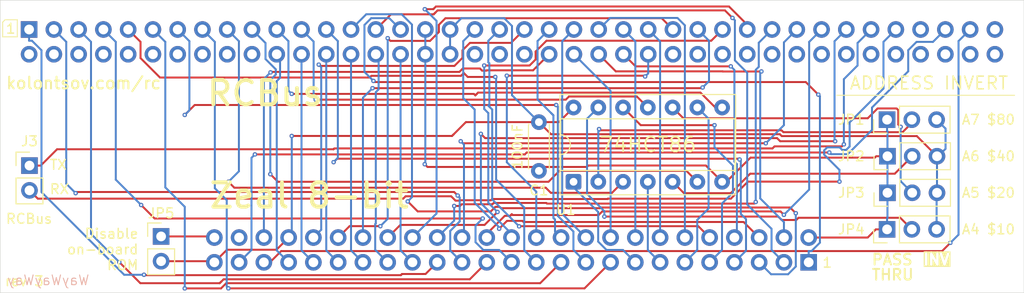
<source format=kicad_pcb>
(kicad_pcb (version 20241229) (generator "pcbnew") (generator_version "9.0")
  (layers (0 "F.Cu" signal) (2 "B.Cu" signal) (13 "F.Paste" user) (15 "B.Paste" user) (5 "F.SilkS" user "F.Silkscreen") (7 "B.SilkS" user "B.Silkscreen") (1 "F.Mask" user) (3 "B.Mask" user) (25 "Edge.Cuts" user))
  (net 0 "")
  (net 1 "/A1")
  (net 2 "/D1")
  (net 3 "/A18")
  (net 4 "/A12")
  (net 5 "/D6")
  (net 6 "/D0")
  (net 7 "/~{HALT}")
  (net 8 "/~{WAIT}")
  (net 9 "/A15")
  (net 10 "/~{M1}")
  (net 11 "/~{RESET}")
  (net 12 "/A2")
  (net 13 "/A20")
  (net 14 "/A4_ZEAL")
  (net 15 "/A11")
  (net 16 "/IEO")
  (net 17 "VCC")
  (net 18 "/~{RD}")
  (net 19 "/~{NMI}")
  (net 20 "/DISABLE_ROM")
  (net 21 "/D5")
  (net 22 "/A19")
  (net 23 "/A9")
  (net 24 "/A14")
  (net 25 "/IEI")
  (net 26 "/A17")
  (net 27 "/D4")
  (net 28 "GND")
  (net 29 "/A8")
  (net 30 "/A16")
  (net 31 "/A0")
  (net 32 "/A21")
  (net 33 "/D3")
  (net 34 "/~{INT}")
  (net 35 "/~{BUSRQ}")
  (net 36 "/A13")
  (net 37 "/~{BUSACK}")
  (net 38 "/A10")
  (net 39 "/~{WR}")
  (net 40 "/D2")
  (net 41 "/~{MREQ}")
  (net 42 "/D7")
  (net 43 "/RX")
  (net 44 "/A3")
  (net 45 "/CLK")
  (net 57 "/A4_RCBUS")
  (net 64 "/TX")
  (net 72 "Net-(JP1-C)")
  (net 75 "/~{IORQ}")
  (net 80 "/A6_ZEAL")
  (net 81 "/A7_ZEAL")
  (net 82 "/A5_ZEAL")
  (net 83 "/A6_RCBUS")
  (net 84 "/A7_RCBUS")
  (net 85 "/A5_RCBUS")
  (net 86 "Net-(JP4-C)")
  (net 87 "Net-(JP2-C)")
  (net 88 "Net-(JP3-C)")
  (footprint "Connector_PinHeader_2.54mm:PinHeader_1x03_P2.54mm_Vertical" (layer "F.Cu") (at 143.5 69.75 90)
    (property "Reference" "JP3")
    (property "Value" "A5 $20")
  )
  (footprint "Connector_PinHeader_2.54mm:PinHeader_1x03_P2.54mm_Vertical" (layer "F.Cu") (at 143.5 66 90)
    (property "Reference" "JP2")
    (property "Value" "A6 $40")
  )
  (footprint "Capacitor_THT:C_Disc_D4.3mm_W1.9mm_P5.00mm" (layer "F.Cu") (at 107.75 62.5 -90)
    (property "Reference" "C1")
    (property "Value" "100nF")
  )
  (footprint "Package_DIP:DIP-14_W7.62mm_Socket" (layer "F.Cu") (at 111.3 68.62 90)
    (property "Reference" "U1")
    (property "Value" "74HCT86")
  )
  (footprint "Connector_PinSocket_2.54mm:PinSocket_2x40_P2.54mm_Horizontal" (layer "F.Cu") (at 154.52 55.54 -90)
    (property "Reference" "J2" (hide yes))
    (property "Value" "RCBus" (hide yes))
  )
  (footprint "Connector_PinHeader_2.54mm:PinHeader_1x03_P2.54mm_Vertical" (layer "F.Cu") (at 143.46 62.25 90)
    (property "Reference" "JP1")
    (property "Value" "A7 $80")
  )
  (footprint "Connector_PinHeader_2.54mm:PinHeader_1x02_P2.54mm_Vertical" (layer "F.Cu") (at 55.5 66.96)
    (property "Reference" "J3")
    (property "Value" "TX/RX" (hide yes))
  )
  (footprint "Connector_PinHeader_2.54mm:PinHeader_2x25_P2.54mm_Horizontal" (layer "F.Cu") (at 135.42 74.34 -90)
    (property "Reference" "J1" (hide yes))
    (property "Value" "Zeal 8-bit Extension Port" (hide yes))
  )
  (footprint "Connector_PinHeader_2.54mm:PinHeader_1x03_P2.54mm_Vertical" (layer "F.Cu") (at 143.46 73.5 90)
    (property "Reference" "JP4")
    (property "Value" "A4 $10")
  )
  (footprint "Connector_PinHeader_2.54mm:PinHeader_1x02_P2.54mm_Vertical" (layer "F.Cu") (at 69 74.225)
    (property "Reference" "JP5")
    (property "Value" "ROM" (hide yes))
  )
  (gr_line (start 54.25 52) (end 53 52) (stroke (width 0.1)) (layer "F.SilkS"))
  (gr_line (start 53 52) (end 52.75 52.25) (stroke (width 0.1)) (layer "F.SilkS"))
  (gr_line (start 138.29 59.75) (end 156.54 59.75) (stroke (width 0.1)) (layer "F.SilkS"))
  (gr_line (start 52.75 53.75) (end 54.25 53.75) (stroke (width 0.1)) (layer "F.SilkS"))
  (gr_line (start 54.25 53.75) (end 54.25 52) (stroke (width 0.1)) (layer "F.SilkS"))
  (gr_line (start 52.75 52.25) (end 52.75 53.75) (stroke (width 0.1)) (layer "F.SilkS"))
  (gr_line (start 52.5 80) (end 157.5 80) (stroke (width 0.05)) (layer "Edge.Cuts"))
  (gr_line (start 52.5 50) (end 52.5 80) (stroke (width 0.05)) (layer "Edge.Cuts"))
  (gr_line (start 157.5 50) (end 157.5 80) (stroke (width 0.05)) (layer "Edge.Cuts"))
  (gr_line (start 157.5 50) (end 52.5 50) (stroke (width 0.05)) (layer "Edge.Cuts"))
  (gr_text "Disable\non-board\nROM" (at 66.75 77.75 0) (layer "F.SilkS") (effects (font (size 1 1)) (justify right bottom)))
  (gr_text "RX" (at 57.5 69.96 0) (layer "F.SilkS") (effects (font (size 1 1)) (justify left bottom)))
  (gr_text "INV" (at 147.04 77.25 0) (layer "F.SilkS" knockout) (effects (font (size 1.1 1.1) (thickness 0.25) (bold yes)) (justify left bottom)))
  (gr_text "PASS" (at 141.79 77.25 0) (layer "F.SilkS") (effects (font (size 1.1 1.1) (thickness 0.2) (bold yes)) (justify left bottom)))
  (gr_text "RCBus" (at 53 73 0) (layer "F.SilkS") (effects (font (size 1 1)) (justify left bottom)))
  (gr_text "THRU" (at 141.79 78.8 0) (layer "F.SilkS") (effects (font (size 1.1 1.1) (thickness 0.2) (bold yes)) (justify left bottom)))
  (gr_text "kolontsov.com/rc" (at 53 59.2 0) (layer "F.SilkS") (effects (font (size 1.2 1.2) (thickness 0.2) (bold yes)) (justify left bottom)))
  (gr_text "RCBus" (at 73.5 61 0) (layer "F.SilkS") (effects (font (size 2.5 2.5) (thickness 0.4)) (justify left bottom)))
  (gr_text "rev 3" (at 52.9 79.4 0) (layer "F.SilkS") (effects (font (size 1 1)) (justify left bottom)))
  (gr_text "TX" (at 57.5 67.46 0) (layer "F.SilkS") (effects (font (size 1 1)) (justify left bottom)))
  (gr_text "ADDRESS INVERT" (at 139.54 59.25 0) (layer "F.SilkS") (effects (font (size 1.3 1.3) (thickness 0.1625)) (justify left bottom)))
  (gr_text "1" (at 136.75 77.5 0) (layer "F.SilkS") (effects (font (size 1 1)) (justify left bottom)))
  (gr_text "Zeal 8-bit" (at 73.75 71.5 0) (layer "F.SilkS") (effects (font (size 2.5 2.5) (thickness 0.4)) (justify left bottom)))
  (gr_text "1" (at 53 53.5 0) (layer "F.SilkS") (effects (font (size 1 1)) (justify left bottom)))
  (gr_text "WayWayWay" (at 61.7 79.3 0) (layer "B.SilkS") (effects (font (size 1 1) (thickness 0.1)) (justify left bottom mirror)))
  (segment (start 126.8298 51.0411) (end 97.3572 51.0411) (width 0.2) (layer "F.Cu") (net 1))
  (segment (start 127.6042 51.8155) (end 126.8298 51.0411) (width 0.2) (layer "F.Cu") (net 1))
  (segment (start 96.9555 51.4428) (end 92.5772 51.4428) (width 0.2) (layer "F.Cu") (net 1))
  (segment (start 97.1218 51.2765) (end 96.9555 51.4428) (width 0.2) (layer "F.Cu") (net 1))
  (segment (start 92.5772 51.4428) (end 91.02 53) (width 0.2) (layer "F.Cu") (net 1))
  (segment (start 97.3572 51.0411) (end 97.1218 51.2765) (width 0.2) (layer "F.Cu") (net 1))
  (segment (start 97.1218 51.2765) (end 96.9555 51.4428) (width 0.2) (layer "F.Cu") (net 1))
  (via (at 127.6042 51.8155) (size 0.45) (drill 0.2) (layers "F.Cu" "B.Cu") (net 1))
  (segment (start 127.85 56.17) (end 127.85 52.0613) (width 0.2) (layer "B.Cu") (net 1))
  (segment (start 129.1141 57.4341) (end 127.85 56.17) (width 0.2) (layer "B.Cu") (net 1))
  (segment (start 127.85 52.0613) (end 127.6042 51.8155) (width 0.2) (layer "B.Cu") (net 1))
  (segment (start 131.61 75.61) (end 131.61 73.4447) (width 0.2) (layer "B.Cu") (net 1))
  (segment (start 131.61 73.4447) (end 129.1141 70.9488) (width 0.2) (layer "B.Cu") (net 1))
  (segment (start 132.88 76.88) (end 131.61 75.61) (width 0.2) (layer "B.Cu") (net 1))
  (segment (start 129.1141 70.9488) (end 129.1141 57.4341) (width 0.2) (layer "B.Cu") (net 1))
  (segment (start 90.6856 59.0173) (end 124.4713 59.0173) (width 0.2) (layer "F.Cu") (net 2))
  (segment (start 124.4713 59.0173) (end 124.5391 58.9495) (width 0.2) (layer "F.Cu") (net 2))
  (via (at 124.5391 58.9495) (size 0.45) (drill 0.2) (layers "F.Cu" "B.Cu") (net 2))
  (via (at 90.6856 59.0173) (size 0.45) (drill 0.2) (layers "F.Cu" "B.Cu") (net 2))
  (segment (start 124.5391 58.9495) (end 125.1963 58.2923) (width 0.2) (layer "B.Cu") (net 2))
  (segment (start 89.7 60.0029) (end 90.6856 59.0173) (width 0.2) (layer "B.Cu") (net 2))
  (segment (start 125.1963 54.1563) (end 124.04 53) (width 0.2) (layer "B.Cu") (net 2))
  (segment (start 89.7 74.34) (end 89.7 60.0029) (width 0.2) (layer "B.Cu") (net 2))
  (segment (start 125.1963 58.2923) (end 125.1963 54.1563) (width 0.2) (layer "B.Cu") (net 2))
  (segment (start 88.48 75.66) (end 88.48 55.54) (width 0.2) (layer "B.Cu") (net 3))
  (segment (start 89.7 76.88) (end 88.48 75.66) (width 0.2) (layer "B.Cu") (net 3))
  (segment (start 68.3337 72.3862) (end 66.949 71.0015) (width 0.2) (layer "F.Cu") (net 4))
  (segment (start 101.9811 72.3862) (end 68.3337 72.3862) (width 0.2) (layer "F.Cu") (net 4))
  (via (at 101.9811 72.3862) (size 0.45) (drill 0.2) (layers "F.Cu" "B.Cu") (net 4))
  (via (at 66.949 71.0015) (size 0.45) (drill 0.2) (layers "F.Cu" "B.Cu") (net 4))
  (segment (start 104.94 76.88) (end 103.67 75.61) (width 0.2) (layer "B.Cu") (net 4))
  (segment (start 64.35 68.4025) (end 64.35 54.27) (width 0.2) (layer "B.Cu") (net 4))
  (segment (start 66.949 71.0015) (end 64.35 68.4025) (width 0.2) (layer "B.Cu") (net 4))
  (segment (start 101.2483 74.817) (end 101.2483 73.119) (width 0.2) (layer "B.Cu") (net 4))
  (segment (start 64.35 54.27) (end 63.08 53) (width 0.2) (layer "B.Cu") (net 4))
  (segment (start 102.0413 75.61) (end 101.2483 74.817) (width 0.2) (layer "B.Cu") (net 4))
  (segment (start 103.67 75.61) (end 102.0413 75.61) (width 0.2) (layer "B.Cu") (net 4))
  (segment (start 101.2483 73.119) (end 101.9811 72.3862) (width 0.2) (layer "B.Cu") (net 4))
  (segment (start 113.8785 72.0299) (end 105.048 72.0299) (width 0.2) (layer "F.Cu") (net 5))
  (segment (start 114.247 71.6614) (end 113.8785 72.0299) (width 0.2) (layer "F.Cu") (net 5))
  (segment (start 104.9649 71.9468) (end 104.7986 72.1131) (width 0.2) (layer "F.Cu") (net 5))
  (segment (start 132.5297 71.6614) (end 114.247 71.6614) (width 0.2) (layer "F.Cu") (net 5))
  (segment (start 105.048 72.0299) (end 104.9649 71.9468) (width 0.2) (layer "F.Cu") (net 5))
  (segment (start 102.4 73.9626) (end 102.4 74.34) (width 0.2) (layer "F.Cu") (net 5))
  (segment (start 104.2495 72.1131) (end 102.4 73.9626) (width 0.2) (layer "F.Cu") (net 5))
  (segment (start 132.8794 72.0111) (end 132.5297 71.6614) (width 0.2) (layer "F.Cu") (net 5))
  (segment (start 104.7986 72.1131) (end 104.2495 72.1131) (width 0.2) (layer "F.Cu") (net 5))
  (segment (start 104.9649 71.9468) (end 104.7986 72.1131) (width 0.2) (layer "F.Cu") (net 5))
  (via (at 132.8794 72.0111) (size 0.45) (drill 0.2) (layers "F.Cu" "B.Cu") (net 5))
  (segment (start 135.47 54.27) (end 135.47 69.4205) (width 0.2) (layer "B.Cu") (net 5))
  (segment (start 136.74 53) (end 135.47 54.27) (width 0.2) (layer "B.Cu") (net 5))
  (segment (start 135.47 69.4205) (end 132.8794 72.0111) (width 0.2) (layer "B.Cu") (net 5))
  (segment (start 91.4867 73.1709) (end 88.3291 73.1709) (width 0.2) (layer "F.Cu") (net 6))
  (segment (start 97.4883 52.5205) (end 97.4883 53.2639) (width 0.2) (layer "F.Cu") (net 6))
  (segment (start 121.5 53) (end 120.3445 51.8445) (width 0.2) (layer "F.Cu") (net 6))
  (segment (start 98.1643 51.8445) (end 97.4883 52.5205) (width 0.2) (layer "F.Cu") (net 6))
  (segment (start 97.4883 53.2639) (end 96.5843 54.1679) (width 0.2) (layer "F.Cu") (net 6))
  (segment (start 120.3445 51.8445) (end 98.1643 51.8445) (width 0.2) (layer "F.Cu") (net 6))
  (segment (start 88.3291 73.1709) (end 87.16 74.34) (width 0.2) (layer "F.Cu") (net 6))
  (segment (start 96.5843 54.1679) (end 92.5181 54.1679) (width 0.2) (layer "F.Cu") (net 6))
  (segment (start 92.5181 54.1679) (end 92.24 53.8898) (width 0.2) (layer "F.Cu") (net 6))
  (via (at 92.24 53.8898) (size 0.45) (drill 0.2) (layers "F.Cu" "B.Cu") (net 6))
  (via (at 91.4867 73.1709) (size 0.45) (drill 0.2) (layers "F.Cu" "B.Cu") (net 6))
  (segment (start 92.24 72.4176) (end 92.24 53.8898) (width 0.2) (layer "B.Cu") (net 6))
  (segment (start 91.4867 73.1709) (end 92.24 72.4176) (width 0.2) (layer "B.Cu") (net 6))
  (segment (start 115.1 59.3) (end 111.34 55.54) (width 0.2) (layer "B.Cu") (net 7))
  (segment (start 115.1 74.34) (end 115.1 59.3) (width 0.2) (layer "B.Cu") (net 7))
  (segment (start 116.42 55.54) (end 117.6617 56.7817) (width 0.2) (layer "F.Cu") (net 8))
  (segment (start 117.6617 56.7817) (end 127.4304 56.7817) (width 0.2) (layer "F.Cu") (net 8))
  (via (at 127.4304 56.7817) (size 0.45) (drill 0.2) (layers "F.Cu" "B.Cu") (net 8))
  (segment (start 127.8025 66.5527) (end 128.0547 66.8049) (width 0.2) (layer "B.Cu") (net 8))
  (segment (start 127.8025 57.1538) (end 127.8025 66.5527) (width 0.2) (layer "B.Cu") (net 8))
  (segment (start 128.0547 74.0853) (end 127.8 74.34) (width 0.2) (layer "B.Cu") (net 8))
  (segment (start 128.0547 66.8049) (end 128.0547 74.0853) (width 0.2) (layer "B.Cu") (net 8))
  (segment (start 127.4304 56.7817) (end 127.8025 57.1538) (width 0.2) (layer "B.Cu") (net 8))
  (segment (start 93.5919 78.198) (end 93.7111 78.0788) (width 0.2) (layer "F.Cu") (net 9))
  (segment (start 95.8377 78.0774) (end 95.8362 78.0789) (width 0.2) (layer "F.Cu") (net 9))
  (segment (start 97.32 76.88) (end 96.1226 78.0774) (width 0.2) (layer "F.Cu") (net 9))
  (segment (start 93.5919 78.198) (end 67.2839 78.198) (width 0.2) (layer "F.Cu") (net 9))
  (segment (start 95.8362 78.0789) (end 93.7111 78.0789) (width 0.2) (layer "F.Cu") (net 9))
  (segment (start 96.1226 78.0774) (end 95.8377 78.0774) (width 0.2) (layer "F.Cu") (net 9))
  (segment (start 67.2839 78.198) (end 67.2431 78.1572) (width 0.2) (layer "F.Cu") (net 9))
  (segment (start 93.5919 78.198) (end 93.7111 78.0788) (width 0.2) (layer "F.Cu") (net 9))
  (segment (start 93.7111 78.0789) (end 93.7111 78.0788) (width 0.2) (layer "F.Cu") (net 9))
  (via (at 67.2431 78.1572) (size 0.45) (drill 0.2) (layers "F.Cu" "B.Cu") (net 9))
  (segment (start 56.73 69.6761) (end 65.2111 78.1572) (width 0.2) (layer "B.Cu") (net 9))
  (segment (start 55.46 54.1517) (end 55.7479 54.1517) (width 0.2) (layer "B.Cu") (net 9))
  (segment (start 65.2111 78.1572) (end 67.2431 78.1572) (width 0.2) (layer "B.Cu") (net 9))
  (segment (start 56.73 55.1338) (end 56.73 69.6761) (width 0.2) (layer "B.Cu") (net 9))
  (segment (start 55.46 53) (end 55.46 54.1517) (width 0.2) (layer "B.Cu") (net 9))
  (segment (start 55.7479 54.1517) (end 56.73 55.1338) (width 0.2) (layer "B.Cu") (net 9))
  (segment (start 104.4787 72.6286) (end 103.6702 73.4371) (width 0.2) (layer "F.Cu") (net 10))
  (segment (start 128.744 72.744) (end 106.1713 72.744) (width 0.2) (layer "F.Cu") (net 10))
  (segment (start 106.0559 72.6286) (end 104.4787 72.6286) (width 0.2) (layer "F.Cu") (net 10))
  (segment (start 130.34 74.34) (end 128.744 72.744) (width 0.2) (layer "F.Cu") (net 10))
  (segment (start 106.1713 72.744) (end 106.0559 72.6286) (width 0.2) (layer "F.Cu") (net 10))
  (via (at 103.6702 73.4371) (size 0.45) (drill 0.2) (layers "F.Cu" "B.Cu") (net 10))
  (segment (start 101.1609 61.2134) (end 99.9882 60.0407) (width 0.2) (layer "B.Cu") (net 10))
  (segment (start 99.9882 54.1918) (end 101.18 53) (width 0.2) (layer "B.Cu") (net 10))
  (segment (start 103.6702 73.2831) (end 101.1609 70.7738) (width 0.2) (layer "B.Cu") (net 10))
  (segment (start 101.1609 70.7738) (end 101.1609 61.2134) (width 0.2) (layer "B.Cu") (net 10))
  (segment (start 99.9882 60.0407) (end 99.9882 54.1918) (width 0.2) (layer "B.Cu") (net 10))
  (segment (start 103.6702 73.4371) (end 103.6702 73.2831) (width 0.2) (layer "B.Cu") (net 10))
  (segment (start 124.0951 73.1751) (end 125.26 74.34) (width 0.2) (layer "F.Cu") (net 11))
  (segment (start 105.7184 73.1886) (end 105.7319 73.1751) (width 0.2) (layer "F.Cu") (net 11))
  (segment (start 105.7319 73.1751) (end 124.0951 73.1751) (width 0.2) (layer "F.Cu") (net 11))
  (via (at 105.7184 73.1886) (size 0.45) (drill 0.2) (layers "F.Cu" "B.Cu") (net 11))
  (segment (start 102.9606 61.2091) (end 102.7252 60.9737) (width 0.2) (layer "B.Cu") (net 11))
  (segment (start 102.6679 56.4773) (end 102.5589 56.3683) (width 0.2) (layer "B.Cu") (net 11))
  (segment (start 102.6679 60.6984) (end 102.6679 56.4773) (width 0.2) (layer "B.Cu") (net 11))
  (segment (start 102.5589 60.8074) (end 102.6679 60.6984) (width 0.2) (layer "B.Cu") (net 11))
  (segment (start 102.5589 54.1611) (end 103.72 53) (width 0.2) (layer "B.Cu") (net 11))
  (segment (start 102.7252 60.9737) (end 102.5589 60.8074) (width 0.2) (layer "B.Cu") (net 11))
  (segment (start 102.9606 70.4308) (end 102.9606 61.2091) (width 0.2) (layer "B.Cu") (net 11))
  (segment (start 102.7252 60.9737) (end 102.5589 60.8074) (width 0.2) (layer "B.Cu") (net 11))
  (segment (start 105.7184 73.1886) (end 102.9606 70.4308) (width 0.2) (layer "B.Cu") (net 11))
  (segment (start 102.5589 56.3683) (end 102.5589 54.1611) (width 0.2) (layer "B.Cu") (net 11))
  (segment (start 103.8563 71.3285) (end 103.7191 71.1913) (width 0.2) (layer "F.Cu") (net 12))
  (segment (start 103.7191 71.1913) (end 103.283 71.1913) (width 0.2) (layer "F.Cu") (net 12))
  (segment (start 114.0119 71.3285) (end 103.8563 71.3285) (width 0.2) (layer "F.Cu") (net 12))
  (segment (start 95.317 71.6574) (end 94.2939 70.6343) (width 0.2) (layer "F.Cu") (net 12))
  (segment (start 103.283 71.1913) (end 102.8169 71.6574) (width 0.2) (layer "F.Cu") (net 12))
  (segment (start 134.098 71.8422) (end 133.5155 71.2597) (width 0.2) (layer "F.Cu") (net 12))
  (segment (start 102.8169 71.6574) (end 95.317 71.6574) (width 0.2) (layer "F.Cu") (net 12))
  (segment (start 114.0807 71.2597) (end 114.0119 71.3285) (width 0.2) (layer "F.Cu") (net 12))
  (segment (start 133.5155 71.2597) (end 114.0807 71.2597) (width 0.2) (layer "F.Cu") (net 12))
  (via (at 134.098 71.8422) (size 0.45) (drill 0.2) (layers "F.Cu" "B.Cu") (net 12))
  (via (at 94.2939 70.6343) (size 0.45) (drill 0.2) (layers "F.Cu" "B.Cu") (net 12))
  (segment (start 94.2939 70.6343) (end 94.73 70.1982) (width 0.2) (layer "B.Cu") (net 12))
  (segment (start 134.098 71.8422) (end 134.098 77.3108) (width 0.2) (layer "B.Cu") (net 12))
  (segment (start 134.098 77.3108) (end 133.3037 78.1051) (width 0.2) (layer "B.Cu") (net 12))
  (segment (start 93.6678 51.4372) (end 90.0428 51.4372) (width 0.2) (layer "B.Cu") (net 12))
  (segment (start 90.0428 51.4372) (end 88.48 53) (width 0.2) (layer "B.Cu") (net 12))
  (segment (start 94.73 70.1982) (end 94.73 52.4994) (width 0.2) (layer "B.Cu") (net 12))
  (segment (start 133.3037 78.1051) (end 131.5651 78.1051) (width 0.2) (layer "B.Cu") (net 12))
  (segment (start 94.73 52.4994) (end 93.6678 51.4372) (width 0.2) (layer "B.Cu") (net 12))
  (segment (start 131.5651 78.1051) (end 130.34 76.88) (width 0.2) (layer "B.Cu") (net 12))
  (segment (start 83.4 75.66) (end 83.4 55.54) (width 0.2) (layer "B.Cu") (net 13))
  (segment (start 84.62 76.88) (end 83.4 75.66) (width 0.2) (layer "B.Cu") (net 13))
  (segment (start 125.757 62.8126) (end 118.1926 62.8126) (width 0.2) (layer "F.Cu") (net 14))
  (segment (start 118.1926 62.8126) (end 116.38 61) (width 0.2) (layer "F.Cu") (net 14))
  (via (at 125.757 62.8126) (size 0.45) (drill 0.2) (layers "F.Cu" "B.Cu") (net 14))
  (segment (start 125.757 65.0752) (end 127.6499 66.9681) (width 0.2) (layer "B.Cu") (net 14))
  (segment (start 126.53 70.8492) (end 126.53 75.61) (width 0.2) (layer "B.Cu") (net 14))
  (segment (start 126.53 75.61) (end 125.26 76.88) (width 0.2) (layer "B.Cu") (net 14))
  (segment (start 125.757 63.1358) (end 125.757 62.8126) (width 0.2) (layer "B.Cu") (net 14))
  (segment (start 127.6499 66.9681) (end 127.6499 69.7293) (width 0.2) (layer "B.Cu") (net 14))
  (segment (start 127.6499 69.7293) (end 126.53 70.8492) (width 0.2) (layer "B.Cu") (net 14))
  (segment (start 125.757 63.1358) (end 125.757 65.0752) (width 0.2) (layer "B.Cu") (net 14))
  (segment (start 100.0472 57.4633) (end 100.449 57.8651) (width 0.2) (layer "F.Cu") (net 15))
  (segment (start 68.8828 57.9267) (end 66.89 55.9339) (width 0.2) (layer "F.Cu") (net 15))
  (segment (start 100.0059 57.5046) (end 100.0472 57.4633) (width 0.2) (layer "F.Cu") (net 15))
  (segment (start 90.5637 57.7506) (end 90.3876 57.9267) (width 0.2) (layer "F.Cu") (net 15))
  (segment (start 100.0059 57.5046) (end 100.0472 57.4633) (width 0.2) (layer "F.Cu") (net 15))
  (segment (start 66.89 54.27) (end 65.62 53) (width 0.2) (layer "F.Cu") (net 15))
  (segment (start 90.3876 57.9267) (end 68.8828 57.9267) (width 0.2) (layer "F.Cu") (net 15))
  (segment (start 99.7599 57.7506) (end 90.5637 57.7506) (width 0.2) (layer "F.Cu") (net 15))
  (segment (start 100.449 57.8651) (end 103.2724 57.8651) (width 0.2) (layer "F.Cu") (net 15))
  (segment (start 100.0059 57.5046) (end 99.7599 57.7506) (width 0.2) (layer "F.Cu") (net 15))
  (segment (start 66.89 55.9339) (end 66.89 54.27) (width 0.2) (layer "F.Cu") (net 15))
  (via (at 103.2724 57.8651) (size 0.45) (drill 0.2) (layers "F.Cu" "B.Cu") (net 15))
  (segment (start 106.2451 71.2748) (end 106.21 71.2397) (width 0.2) (layer "B.Cu") (net 15))
  (segment (start 106.0437 71.0734) (end 103.3623 68.392) (width 0.2) (layer "B.Cu") (net 15))
  (segment (start 107.48 76.88) (end 106.2451 75.6451) (width 0.2) (layer "B.Cu") (net 15))
  (segment (start 106.2451 75.6451) (end 106.2451 71.2748) (width 0.2) (layer "B.Cu") (net 15))
  (segment (start 106.0437 71.0734) (end 106.21 71.2397) (width 0.2) (layer "B.Cu") (net 15))
  (segment (start 103.3623 68.392) (end 103.3623 57.955) (width 0.2) (layer "B.Cu") (net 15))
  (segment (start 106.0437 71.0734) (end 106.21 71.2397) (width 0.2) (layer "B.Cu") (net 15))
  (segment (start 103.3623 57.955) (end 103.2724 57.8651) (width 0.2) (layer "B.Cu") (net 15))
  (segment (start 149.1037 75.7283) (end 81.3126 75.7283) (width 0.2) (layer "F.Cu") (net 16))
  (segment (start 81.3126 75.7283) (end 80.1609 76.88) (width 0.2) (layer "F.Cu") (net 16))
  (segment (start 149.9509 74.8811) (end 149.1037 75.7283) (width 0.2) (layer "F.Cu") (net 16))
  (segment (start 80.1609 76.88) (end 79.54 76.88) (width 0.2) (layer "F.Cu") (net 16))
  (via (at 149.9509 74.8811) (size 0.45) (drill 0.2) (layers "F.Cu" "B.Cu") (net 16))
  (segment (start 151.98 53) (end 150.7895 54.1905) (width 0.2) (layer "B.Cu") (net 16))
  (segment (start 150.7895 74.0425) (end 149.9509 74.8811) (width 0.2) (layer "B.Cu") (net 16))
  (segment (start 150.7895 54.1905) (end 150.7895 74.0425) (width 0.2) (layer "B.Cu") (net 16))
  (segment (start 80.8301 75.5899) (end 75.7501 75.5899) (width 0.2) (layer "F.Cu") (net 17))
  (segment (start 132.6583 63.9344) (end 132.465 63.7411) (width 0.2) (layer "F.Cu") (net 17))
  (segment (start 75.7501 75.5899) (end 74.46 76.88) (width 0.2) (layer "F.Cu") (net 17))
  (segment (start 74.345 76.765) (end 69 76.765) (width 0.2) (layer "F.Cu") (net 17))
  (segment (start 100.258 62.5) (end 99.0033 63.7547) (width 0.2) (layer "F.Cu") (net 17))
  (segment (start 98.8385 63.9195) (end 82.4005 63.9195) (width 0.2) (layer "F.Cu") (net 17))
  (segment (start 132.465 63.7411) (end 108.9911 63.7411) (width 0.2) (layer "F.Cu") (net 17))
  (segment (start 99.0033 63.7547) (end 98.8385 63.9195) (width 0.2) (layer "F.Cu") (net 17))
  (segment (start 82.08 74.34) (end 80.8301 75.5899) (width 0.2) (layer "F.Cu") (net 17))
  (segment (start 107.75 62.5) (end 109.8 62.5) (width 0.2) (layer "F.Cu") (net 17))
  (segment (start 148.58 66) (end 146.5144 63.9344) (width 0.2) (layer "F.Cu") (net 17))
  (segment (start 99.0033 63.7547) (end 98.8385 63.9195) (width 0.2) (layer "F.Cu") (net 17))
  (segment (start 74.46 76.88) (end 74.345 76.765) (width 0.2) (layer "F.Cu") (net 17))
  (segment (start 82.4005 63.9195) (end 82.399 63.921) (width 0.2) (layer "F.Cu") (net 17))
  (segment (start 146.5144 63.9344) (end 132.6583 63.9344) (width 0.2) (layer "F.Cu") (net 17))
  (segment (start 108.9911 63.7411) (end 107.75 62.5) (width 0.2) (layer "F.Cu") (net 17))
  (segment (start 107.75 62.5) (end 100.258 62.5) (width 0.2) (layer "F.Cu") (net 17))
  (segment (start 109.8 62.5) (end 111.3 61) (width 0.2) (layer "F.Cu") (net 17))
  (via (at 82.399 63.921) (size 0.45) (drill 0.2) (layers "F.Cu" "B.Cu") (net 17))
  (segment (start 148.58 66) (end 148.58 67.875) (width 0.2) (layer "B.Cu") (net 17))
  (segment (start 82.08 74.34) (end 82.399 74.021) (width 0.2) (layer "B.Cu") (net 17))
  (segment (start 148.58 66.1152) (end 149.458 65.2372) (width 0.2) (layer "B.Cu") (net 17))
  (segment (start 148.58 69.75) (end 148.54 69.79) (width 0.2) (layer "B.Cu") (net 17))
  (segment (start 148.58 67.875) (end 148.58 69.75) (width 0.2) (layer "B.Cu") (net 17))
  (segment (start 149.458 63.168) (end 148.54 62.25) (width 0.2) (layer "B.Cu") (net 17))
  (segment (start 104.988 59.738) (end 104.988 52.639) (width 0.2) (layer "B.Cu") (net 17))
  (segment (start 148.54 69.79) (end 148.54 73.5) (width 0.2) (layer "B.Cu") (net 17))
  (segment (start 82.399 74.021) (end 82.399 63.921) (width 0.2) (layer "B.Cu") (net 17))
  (segment (start 99.7986 51.8414) (end 98.64 53) (width 0.2) (layer "B.Cu") (net 17))
  (segment (start 104.1904 51.8414) (end 99.7986 51.8414) (width 0.2) (layer "B.Cu") (net 17))
  (segment (start 104.988 52.639) (end 104.1904 51.8414) (width 0.2) (layer "B.Cu") (net 17))
  (segment (start 148.58 67.875) (end 148.58 66.1152) (width 0.2) (layer "B.Cu") (net 17))
  (segment (start 98.64 53) (end 98.64 55.54) (width 0.2) (layer "B.Cu") (net 17))
  (segment (start 149.458 65.2372) (end 149.458 63.168) (width 0.2) (layer "B.Cu") (net 17))
  (segment (start 107.75 62.5) (end 104.988 59.738) (width 0.2) (layer "B.Cu") (net 17))
  (segment (start 117.64 74.34) (end 117.64 54.22) (width 0.2) (layer "B.Cu") (net 18))
  (segment (start 117.64 54.22) (end 116.42 53) (width 0.2) (layer "B.Cu") (net 18))
  (segment (start 118.5651 57.74) (end 118.6445 57.8194) (width 0.2) (layer "F.Cu") (net 19))
  (segment (start 104.458 57.74) (end 118.5651 57.74) (width 0.2) (layer "F.Cu") (net 19))
  (via (at 118.6445 57.8194) (size 0.45) (drill 0.2) (layers "F.Cu" "B.Cu") (net 19))
  (via (at 104.458 57.74) (size 0.45) (drill 0.2) (layers "F.Cu" "B.Cu") (net 19))
  (segment (start 118.96 57.5039) (end 118.96 55.54) (width 0.2) (layer "B.Cu") (net 19))
  (segment (start 118.6445 57.8194) (end 118.96 57.5039) (width 0.2) (layer "B.Cu") (net 19))
  (segment (start 104.458 57.7146) (end 104.458 57.74) (width 0.2) (layer "B.Cu") (net 19))
  (segment (start 104.458 66.6143) (end 104.458 57.7146) (width 0.2) (layer "B.Cu") (net 19))
  (segment (start 107.48 74.34) (end 107.48 69.6363) (width 0.2) (layer "B.Cu") (net 19))
  (segment (start 107.48 69.6363) (end 104.458 66.6143) (width 0.2) (layer "B.Cu") (net 19))
  (segment (start 74.345 74.225) (end 74.46 74.34) (width 0.2) (layer "F.Cu") (net 20))
  (segment (start 69 74.225) (end 74.345 74.225) (width 0.2) (layer "F.Cu") (net 20))
  (segment (start 99.9348 64.6695) (end 131.0212 64.6695) (width 0.2) (layer "F.Cu") (net 21))
  (segment (start 99.7302 64.4649) (end 99.9348 64.6695) (width 0.2) (layer "F.Cu") (net 21))
  (via (at 131.0212 64.6695) (size 0.45) (drill 0.2) (layers "F.Cu" "B.Cu") (net 21))
  (via (at 99.7302 64.4649) (size 0.45) (drill 0.2) (layers "F.Cu" "B.Cu") (net 21))
  (segment (start 132.88 62.8107) (end 131.0212 64.6695) (width 0.2) (layer "B.Cu") (net 21))
  (segment (start 134.2 53) (end 132.88 54.32) (width 0.2) (layer "B.Cu") (net 21))
  (segment (start 100.0639 64.7986) (end 100.0639 74.1361) (width 0.2) (layer "B.Cu") (net 21))
  (segment (start 100.0639 74.1361) (end 99.86 74.34) (width 0.2) (layer "B.Cu") (net 21))
  (segment (start 132.88 54.32) (end 132.88 62.8107) (width 0.2) (layer "B.Cu") (net 21))
  (segment (start 99.7302 64.4649) (end 100.0639 64.7986) (width 0.2) (layer "B.Cu") (net 21))
  (segment (start 87.16 76.88) (end 85.94 75.66) (width 0.2) (layer "B.Cu") (net 22))
  (segment (start 85.94 75.66) (end 85.94 55.54) (width 0.2) (layer "B.Cu") (net 22))
  (segment (start 71.4256 61.7638) (end 72.445 60.7444) (width 0.2) (layer "F.Cu") (net 23))
  (segment (start 72.445 60.7444) (end 109.5228 60.7444) (width 0.2) (layer "F.Cu") (net 23))
  (via (at 109.5228 60.7444) (size 0.45) (drill 0.2) (layers "F.Cu" "B.Cu") (net 23))
  (via (at 71.4256 61.7638) (size 0.45) (drill 0.2) (layers "F.Cu" "B.Cu") (net 23))
  (segment (start 109.6903 72.123) (end 109.6903 60.9119) (width 0.2) (layer "B.Cu") (net 23))
  (segment (start 109.6903 60.9119) (end 109.5228 60.7444) (width 0.2) (layer "B.Cu") (net 23))
  (segment (start 70.7 53) (end 71.9019 54.2019) (width 0.2) (layer "B.Cu") (net 23))
  (segment (start 71.9019 54.2019) (end 71.9019 61.2875) (width 0.2) (layer "B.Cu") (net 23))
  (segment (start 111.29 73.7227) (end 109.6903 72.123) (width 0.2) (layer "B.Cu") (net 23))
  (segment (start 71.9019 61.2875) (end 71.4256 61.7638) (width 0.2) (layer "B.Cu") (net 23))
  (segment (start 111.29 75.61) (end 111.29 73.7227) (width 0.2) (layer "B.Cu") (net 23))
  (segment (start 112.56 76.88) (end 111.29 75.61) (width 0.2) (layer "B.Cu") (net 23))
  (segment (start 60.2341 69.7832) (end 60.3501 69.6672) (width 0.2) (layer "F.Cu") (net 24))
  (segment (start 60.3501 69.6672) (end 99.0547 69.6672) (width 0.2) (layer "F.Cu") (net 24))
  (segment (start 99.0547 69.6672) (end 99.4168 70.0293) (width 0.2) (layer "F.Cu") (net 24))
  (via (at 99.4168 70.0293) (size 0.45) (drill 0.2) (layers "F.Cu" "B.Cu") (net 24))
  (via (at 60.2341 69.7832) (size 0.45) (drill 0.2) (layers "F.Cu" "B.Cu") (net 24))
  (segment (start 99.6237 72.6891) (end 98.6546 73.6582) (width 0.2) (layer "B.Cu") (net 24))
  (segment (start 59.27 54.27) (end 58 53) (width 0.2) (layer "B.Cu") (net 24))
  (segment (start 98.6546 75.6746) (end 99.86 76.88) (width 0.2) (layer "B.Cu") (net 24))
  (segment (start 59.27 68.8191) (end 59.27 54.27) (width 0.2) (layer "B.Cu") (net 24))
  (segment (start 99.4168 70.0293) (end 99.6237 70.2362) (width 0.2) (layer "B.Cu") (net 24))
  (segment (start 98.6546 73.6582) (end 98.6546 75.6746) (width 0.2) (layer "B.Cu") (net 24))
  (segment (start 60.2341 69.7832) (end 59.27 68.8191) (width 0.2) (layer "B.Cu") (net 24))
  (segment (start 99.6237 70.2362) (end 99.6237 72.6891) (width 0.2) (layer "B.Cu") (net 24))
  (segment (start 137.5355 65.6168) (end 106.4993 65.6168) (width 0.2) (layer "F.Cu") (net 25))
  (segment (start 106.4993 65.6168) (end 106.3039 65.8122) (width 0.2) (layer "F.Cu") (net 25))
  (segment (start 106.3039 65.8122) (end 78.6214 65.8122) (width 0.2) (layer "F.Cu") (net 25))
  (via (at 137.5355 65.6168) (size 0.45) (drill 0.2) (layers "F.Cu" "B.Cu") (net 25))
  (via (at 78.6214 65.8122) (size 0.45) (drill 0.2) (layers "F.Cu" "B.Cu") (net 25))
  (segment (start 137.7069 65.7882) (end 137.5355 65.6168) (width 0.2) (layer "B.Cu") (net 25))
  (segment (start 146.4816 54.27) (end 145.63 55.1216) (width 0.2) (layer "B.Cu") (net 25))
  (segment (start 145.63 55.1216) (end 145.63 57.2886) (width 0.2) (layer "B.Cu") (net 25))
  (segment (start 149.44 53) (end 148.17 54.27) (width 0.2) (layer "B.Cu") (net 25))
  (segment (start 148.17 54.27) (end 146.4816 54.27) (width 0.2) (layer "B.Cu") (net 25))
  (segment (start 141.9131 61.0055) (end 141.9131 63.3022) (width 0.2) (layer "B.Cu") (net 25))
  (segment (start 141.9131 63.3022) (end 139.4271 65.7882) (width 0.2) (layer "B.Cu") (net 25))
  (segment (start 139.4271 65.7882) (end 137.7069 65.7882) (width 0.2) (layer "B.Cu") (net 25))
  (segment (start 78.27 75.61) (end 77 76.88) (width 0.2) (layer "B.Cu") (net 25))
  (segment (start 78.27 66.1636) (end 78.27 75.61) (width 0.2) (layer "B.Cu") (net 25))
  (segment (start 145.63 57.2886) (end 141.9131 61.0055) (width 0.2) (layer "B.Cu") (net 25))
  (segment (start 78.6214 65.8122) (end 78.27 66.1636) (width 0.2) (layer "B.Cu") (net 25))
  (segment (start 91.02 72.8929) (end 90.96 72.9529) (width 0.2) (layer "B.Cu") (net 26))
  (segment (start 91.3084 59.1393) (end 91.02 59.4277) (width 0.2) (layer "B.Cu") (net 26))
  (segment (start 91.3084 55.8284) (end 91.3084 59.1393) (width 0.2) (layer "B.Cu") (net 26))
  (segment (start 90.96 75.6) (end 92.24 76.88) (width 0.2) (layer "B.Cu") (net 26))
  (segment (start 91.02 55.54) (end 91.3084 55.8284) (width 0.2) (layer "B.Cu") (net 26))
  (segment (start 90.96 72.9529) (end 90.96 75.6) (width 0.2) (layer "B.Cu") (net 26))
  (segment (start 91.02 59.4277) (end 91.02 72.8929) (width 0.2) (layer "B.Cu") (net 26))
  (segment (start 99.8321 70.9268) (end 99.6587 71.1002) (width 0.2) (layer "F.Cu") (net 27))
  (segment (start 102.9795 70.9268) (end 99.8321 70.9268) (width 0.2) (layer "F.Cu") (net 27))
  (segment (start 103.1167 70.7896) (end 102.9795 70.9268) (width 0.2) (layer "F.Cu") (net 27))
  (segment (start 108.5133 70.7896) (end 103.1167 70.7896) (width 0.2) (layer "F.Cu") (net 27))
  (segment (start 129.8204 70.858) (end 108.5817 70.858) (width 0.2) (layer "F.Cu") (net 27))
  (segment (start 129.9871 70.6913) (end 129.8204 70.858) (width 0.2) (layer "F.Cu") (net 27))
  (segment (start 99.6587 71.1002) (end 99.0587 71.1002) (width 0.2) (layer "F.Cu") (net 27))
  (segment (start 108.5817 70.858) (end 108.5133 70.7896) (width 0.2) (layer "F.Cu") (net 27))
  (via (at 129.9871 70.6913) (size 0.45) (drill 0.2) (layers "F.Cu" "B.Cu") (net 27))
  (via (at 99.0587 71.1002) (size 0.45) (drill 0.2) (layers "F.Cu" "B.Cu") (net 27))
  (segment (start 99.0587 71.1002) (end 99.0587 72.6013) (width 0.2) (layer "B.Cu") (net 27))
  (segment (start 130.2991 54.3609) (end 130.2991 56.8292) (width 0.2) (layer "B.Cu") (net 27))
  (segment (start 130.2991 56.8292) (end 129.9871 57.1412) (width 0.2) (layer "B.Cu") (net 27))
  (segment (start 129.9871 57.1412) (end 129.9871 70.6913) (width 0.2) (layer "B.Cu") (net 27))
  (segment (start 131.66 53) (end 130.2991 54.3609) (width 0.2) (layer "B.Cu") (net 27))
  (segment (start 99.0587 72.6013) (end 97.32 74.34) (width 0.2) (layer "B.Cu") (net 27))
  (segment (start 124.8703 66.9503) (end 126.54 68.62) (width 0.2) (layer "F.Cu") (net 28))
  (segment (start 126.9762 68.62) (end 129.4527 66.1435) (width 0.2) (layer "F.Cu") (net 28))
  (segment (start 126.54 68.62) (end 126.9762 68.62) (width 0.2) (layer "F.Cu") (net 28))
  (segment (start 142.2048 66.1435) (end 142.3483 66) (width 0.2) (layer "F.Cu") (net 28))
  (segment (start 112.8157 66.9503) (end 112.6677 67.0983) (width 0.2) (layer "F.Cu") (net 28))
  (segment (start 129.4527 66.1435) (end 142.2048 66.1435) (width 0.2) (layer "F.Cu") (net 28))
  (segment (start 142.3083 73.5) (end 141.4683 74.34) (width 0.2) (layer "F.Cu") (net 28))
  (segment (start 112.8157 66.9503) (end 112.6677 67.0983) (width 0.2) (layer "F.Cu") (net 28))
  (segment (start 143.5 66) (end 142.3483 66) (width 0.2) (layer "F.Cu") (net 28))
  (segment (start 112.6677 67.0983) (end 109.0621 67.0983) (width 0.2) (layer "F.Cu") (net 28))
  (segment (start 96.322 67.0983) (end 96.0397 66.816) (width 0.2) (layer "F.Cu") (net 28))
  (segment (start 112.8157 66.9503) (end 124.8703 66.9503) (width 0.2) (layer "F.Cu") (net 28))
  (segment (start 143.46 73.5) (end 142.3083 73.5) (width 0.2) (layer "F.Cu") (net 28))
  (segment (start 109.0621 67.0983) (end 108.1517 67.0983) (width 0.2) (layer "F.Cu") (net 28))
  (segment (start 109.0621 67.0983) (end 96.322 67.0983) (width 0.2) (layer "F.Cu") (net 28))
  (segment (start 108.1517 67.0983) (end 107.75 67.5) (width 0.2) (layer "F.Cu") (net 28))
  (segment (start 141.4683 74.34) (end 135.42 74.34) (width 0.2) (layer "F.Cu") (net 28))
  (via (at 96.0397 66.816) (size 0.45) (drill 0.2) (layers "F.Cu" "B.Cu") (net 28))
  (segment (start 143.46 72.3483) (end 143.5 72.3083) (width 0.2) (layer "B.Cu") (net 28))
  (segment (start 143.5 66) (end 143.5 69.75) (width 0.2) (layer "B.Cu") (net 28))
  (segment (start 143.5 72.3083) (end 143.5 69.75) (width 0.2) (layer "B.Cu") (net 28))
  (segment (start 96.1 66.7557) (end 96.1 55.54) (width 0.2) (layer "B.Cu") (net 28))
  (segment (start 143.46 63.4017) (end 143.5 63.4417) (width 0.2) (layer "B.Cu") (net 28))
  (segment (start 143.5 63.4417) (end 143.5 66) (width 0.2) (layer "B.Cu") (net 28))
  (segment (start 96.1 53) (end 96.1 55.54) (width 0.2) (layer "B.Cu") (net 28))
  (segment (start 143.46 62.25) (end 143.46 63.4017) (width 0.2) (layer "B.Cu") (net 28))
  (segment (start 96.0397 66.816) (end 96.1 66.7557) (width 0.2) (layer "B.Cu") (net 28))
  (segment (start 143.46 73.5) (end 143.46 72.3483) (width 0.2) (layer "B.Cu") (net 28))
  (segment (start 115.1 76.88) (end 112.4285 79.5515) (width 0.2) (layer "F.Cu") (net 29))
  (segment (start 112.4285 79.5515) (end 75.9022 79.5515) (width 0.2) (layer "F.Cu") (net 29))
  (via (at 75.9022 79.5515) (size 0.45) (drill 0.2) (layers "F.Cu" "B.Cu") (net 29))
  (segment (start 74.51 69.2797) (end 74.51 54.27) (width 0.2) (layer "B.Cu") (net 29))
  (segment (start 75.73 70.4997) (end 74.51 69.2797) (width 0.2) (layer "B.Cu") (net 29))
  (segment (start 75.9022 79.5515) (end 75.73 79.3793) (width 0.2) (layer "B.Cu") (net 29))
  (segment (start 74.51 54.27) (end 73.24 53) (width 0.2) (layer "B.Cu") (net 29))
  (segment (start 75.73 79.3793) (end 75.73 70.4997) (width 0.2) (layer "B.Cu") (net 29))
  (segment (start 93.56 75.66) (end 93.56 55.54) (width 0.2) (layer "B.Cu") (net 30))
  (segment (start 94.78 76.88) (end 93.56 75.66) (width 0.2) (layer "B.Cu") (net 30))
  (segment (start 90.7817 58.2773) (end 90.8962 58.3918) (width 0.2) (layer "F.Cu") (net 31))
  (segment (start 90.8962 58.3918) (end 135.1215 58.3918) (width 0.2) (layer "F.Cu") (net 31))
  (segment (start 135.1215 58.3918) (end 136.4083 59.6786) (width 0.2) (layer "F.Cu") (net 31))
  (via (at 136.4083 59.6786) (size 0.45) (drill 0.2) (layers "F.Cu" "B.Cu") (net 31))
  (via (at 90.7817 58.2773) (size 0.45) (drill 0.2) (layers "F.Cu" "B.Cu") (net 31))
  (segment (start 136.5717 59.842) (end 136.5717 74.8646) (width 0.2) (layer "B.Cu") (net 31))
  (segment (start 92.3989 51.8389) (end 93.56 53) (width 0.2) (layer "B.Cu") (net 31))
  (segment (start 136.4083 59.6786) (end 136.5717 59.842) (width 0.2) (layer "B.Cu") (net 31))
  (segment (start 89.8549 52.5364) (end 90.5524 51.8389) (width 0.2) (layer "B.Cu") (net 31))
  (segment (start 90.5524 51.8389) (end 92.3989 51.8389) (width 0.2) (layer "B.Cu") (net 31))
  (segment (start 135.708 75.7283) (end 135.42 75.7283) (width 0.2) (layer "B.Cu") (net 31))
  (segment (start 90.7817 58.2773) (end 89.8549 57.3505) (width 0.2) (layer "B.Cu") (net 31))
  (segment (start 89.8549 57.3505) (end 89.8549 52.5364) (width 0.2) (layer "B.Cu") (net 31))
  (segment (start 135.42 76.88) (end 135.42 75.7283) (width 0.2) (layer "B.Cu") (net 31))
  (segment (start 136.5717 74.8646) (end 135.708 75.7283) (width 0.2) (layer "B.Cu") (net 31))
  (segment (start 80.86 75.66) (end 80.86 58.292) (width 0.2) (layer "B.Cu") (net 32))
  (segment (start 81.2028 55.8828) (end 80.86 55.54) (width 0.2) (layer "B.Cu") (net 32))
  (segment (start 80.86 58.292) (end 81.2028 57.9492) (width 0.2) (layer "B.Cu") (net 32))
  (segment (start 81.2028 57.9492) (end 81.2028 55.8828) (width 0.2) (layer "B.Cu") (net 32))
  (segment (start 82.08 76.88) (end 80.86 75.66) (width 0.2) (layer "B.Cu") (net 32))
  (segment (start 129.12 52.5151) (end 127.2441 50.6392) (width 0.2) (layer "F.Cu") (net 33))
  (segment (start 127.2441 50.6392) (end 97.1911 50.6392) (width 0.2) (layer "F.Cu") (net 33))
  (segment (start 96.9555 50.8748) (end 96.9143 50.916) (width 0.2) (layer "F.Cu") (net 33))
  (segment (start 96.9143 50.916) (end 96.0469 50.916) (width 0.2) (layer "F.Cu") (net 33))
  (segment (start 129.12 53) (end 129.12 52.5151) (width 0.2) (layer "F.Cu") (net 33))
  (segment (start 96.9555 50.8748) (end 96.9143 50.916) (width 0.2) (layer "F.Cu") (net 33))
  (segment (start 97.1911 50.6392) (end 96.9555 50.8748) (width 0.2) (layer "F.Cu") (net 33))
  (via (at 96.0469 50.916) (size 0.45) (drill 0.2) (layers "F.Cu" "B.Cu") (net 33))
  (segment (start 97.2517 52.1208) (end 96.0469 50.916) (width 0.2) (layer "B.Cu") (net 33))
  (segment (start 94.78 74.34) (end 97.2517 71.8683) (width 0.2) (layer "B.Cu") (net 33))
  (segment (start 97.2517 71.8683) (end 97.2517 52.1208) (width 0.2) (layer "B.Cu") (net 33))
  (segment (start 109.0022 61.5724) (end 107.6094 60.1796) (width 0.2) (layer "B.Cu") (net 34))
  (segment (start 107.6094 60.1796) (end 107.6094 54.1906) (width 0.2) (layer "B.Cu") (net 34))
  (segment (start 109.4024 72.49) (end 109.4024 73.7224) (width 0.2) (layer "B.Cu") (net 34))
  (segment (start 109.2361 72.3237) (end 109.4024 72.49) (width 0.2) (layer "B.Cu") (net 34))
  (segment (start 109.167 61.7372) (end 109.0022 61.5724) (width 0.2) (layer "B.Cu") (net 34))
  (segment (start 109.167 61.7372) (end 109.0022 61.5724) (width 0.2) (layer "B.Cu") (net 34))
  (segment (start 109.2361 61.8063) (end 109.2361 72.3237) (width 0.2) (layer "B.Cu") (net 34))
  (segment (start 109.167 61.7372) (end 109.2361 61.8063) (width 0.2) (layer "B.Cu") (net 34))
  (segment (start 109.2361 72.3237) (end 109.4024 72.49) (width 0.2) (layer "B.Cu") (net 34))
  (segment (start 107.6094 54.1906) (end 108.8 53) (width 0.2) (layer "B.Cu") (net 34))
  (segment (start 109.4024 73.7224) (end 110.02 74.34) (width 0.2) (layer "B.Cu") (net 34))
  (segment (start 115.6327 57.2927) (end 126.6056 57.2927) (width 0.2) (layer "F.Cu") (net 35))
  (segment (start 130.5646 57.3084) (end 130.5698 57.3032) (width 0.2) (layer "F.Cu") (net 35))
  (segment (start 113.88 55.54) (end 115.6327 57.2927) (width 0.2) (layer "F.Cu") (net 35))
  (segment (start 126.6213 57.3084) (end 130.5646 57.3084) (width 0.2) (layer "F.Cu") (net 35))
  (segment (start 126.6056 57.2927) (end 126.6213 57.3084) (width 0.2) (layer "F.Cu") (net 35))
  (via (at 130.5698 57.3032) (size 0.45) (drill 0.2) (layers "F.Cu" "B.Cu") (net 35))
  (segment (start 130.4492 70.3256) (end 132.88 72.7564) (width 0.2) (layer "B.Cu") (net 35))
  (segment (start 130.5698 57.3032) (end 130.4492 57.4238) (width 0.2) (layer "B.Cu") (net 35))
  (segment (start 132.88 72.7564) (end 132.88 74.34) (width 0.2) (layer "B.Cu") (net 35))
  (segment (start 130.4492 57.4238) (end 130.4492 70.3256) (width 0.2) (layer "B.Cu") (net 35))
  (segment (start 75.4107 78.621) (end 75.1753 78.8564) (width 0.2) (layer "F.Cu") (net 36))
  (segment (start 100.659 78.621) (end 75.4107 78.621) (width 0.2) (layer "F.Cu") (net 36))
  (segment (start 75.1753 78.8564) (end 75.0105 79.0212) (width 0.2) (layer "F.Cu") (net 36))
  (segment (start 75.1753 78.8564) (end 75.0105 79.0212) (width 0.2) (layer "F.Cu") (net 36))
  (segment (start 102.4 76.88) (end 100.659 78.621) (width 0.2) (layer "F.Cu") (net 36))
  (segment (start 66.8677 79.0212) (end 64.7107 76.8642) (width 0.2) (layer "F.Cu") (net 36))
  (segment (start 75.0105 79.0212) (end 66.8677 79.0212) (width 0.2) (layer "F.Cu") (net 36))
  (via (at 64.7107 76.8642) (size 0.45) (drill 0.2) (layers "F.Cu" "B.Cu") (net 36))
  (segment (start 64.7107 76.8642) (end 61.81 73.9635) (width 0.2) (layer "B.Cu") (net 36))
  (segment (start 61.81 54.27) (end 60.54 53) (width 0.2) (layer "B.Cu") (net 36))
  (segment (start 61.81 73.9635) (end 61.81 54.27) (width 0.2) (layer "B.Cu") (net 36))
  (segment (start 102.3593 57.2221) (end 102.3937 57.1877) (width 0.2) (layer "F.Cu") (net 37))
  (segment (start 99.5935 57.3489) (end 99.943 56.9994) (width 0.2) (layer "F.Cu") (net 37))
  (segment (start 80.2749 57.3489) (end 99.5935 57.3489) (width 0.2) (layer "F.Cu") (net 37))
  (segment (start 80.2239 57.3999) (end 80.2749 57.3489) (width 0.2) (layer "F.Cu") (net 37))
  (segment (start 102.3937 57.1877) (end 107.1523 57.1877) (width 0.2) (layer "F.Cu") (net 37))
  (segment (start 99.943 56.9994) (end 101.7005 56.9994) (width 0.2) (layer "F.Cu") (net 37))
  (segment (start 107.1523 57.1877) (end 108.8 55.54) (width 0.2) (layer "F.Cu") (net 37))
  (segment (start 101.9232 57.2221) (end 102.3593 57.2221) (width 0.2) (layer "F.Cu") (net 37))
  (segment (start 101.7005 56.9994) (end 101.9232 57.2221) (width 0.2) (layer "F.Cu") (net 37))
  (via (at 80.2239 57.3999) (size 0.45) (drill 0.2) (layers "F.Cu" "B.Cu") (net 37))
  (segment (start 79.54 74.34) (end 79.54 58.0838) (width 0.2) (layer "B.Cu") (net 37))
  (segment (start 79.54 58.0838) (end 80.2239 57.3999) (width 0.2) (layer "B.Cu") (net 37))
  (segment (start 75.6772 79.0227) (end 75.1436 79.5563) (width 0.2) (layer "F.Cu") (net 38))
  (segment (start 75.1436 79.5563) (end 71.4256 79.5563) (width 0.2) (layer "F.Cu") (net 38))
  (segment (start 107.8773 79.0227) (end 75.6772 79.0227) (width 0.2) (layer "F.Cu") (net 38))
  (segment (start 110.02 76.88) (end 107.8773 79.0227) (width 0.2) (layer "F.Cu") (net 38))
  (via (at 71.4256 79.5563) (size 0.45) (drill 0.2) (layers "F.Cu" "B.Cu") (net 38))
  (segment (start 69.43 69.1903) (end 69.43 54.27) (width 0.2) (layer "B.Cu") (net 38))
  (segment (start 71.4256 71.1859) (end 69.43 69.1903) (width 0.2) (layer "B.Cu") (net 38))
  (segment (start 71.4256 79.5563) (end 71.4256 71.1859) (width 0.2) (layer "B.Cu") (net 38))
  (segment (start 69.43 54.27) (end 68.16 53) (width 0.2) (layer "B.Cu") (net 38))
  (segment (start 115.0659 51.8141) (end 113.88 53) (width 0.2) (layer "B.Cu") (net 39))
  (segment (start 122.72 74.34) (end 122.72 52.5739) (width 0.2) (layer "B.Cu") (net 39))
  (segment (start 121.9602 51.8141) (end 115.0659 51.8141) (width 0.2) (layer "B.Cu") (net 39))
  (segment (start 122.72 52.5739) (end 121.9602 51.8141) (width 0.2) (layer "B.Cu") (net 39))
  (segment (start 102.1746 73.0444) (end 93.5356 73.0444) (width 0.2) (layer "F.Cu") (net 40))
  (segment (start 103.501 71.718) (end 102.1746 73.0444) (width 0.2) (layer "F.Cu") (net 40))
  (segment (start 93.5356 73.0444) (end 92.24 74.34) (width 0.2) (layer "F.Cu") (net 40))
  (segment (start 125.4283 54.1517) (end 108.5241 54.1517) (width 0.2) (layer "F.Cu") (net 40))
  (segment (start 126.58 53) (end 125.4283 54.1517) (width 0.2) (layer "F.Cu") (net 40))
  (segment (start 107.4117 56.0731) (end 106.7894 56.6954) (width 0.2) (layer "F.Cu") (net 40))
  (segment (start 108.5241 54.1517) (end 107.4117 55.2641) (width 0.2) (layer "F.Cu") (net 40))
  (segment (start 107.4117 55.2641) (end 107.4117 56.0731) (width 0.2) (layer "F.Cu") (net 40))
  (segment (start 106.7894 56.6954) (end 102.1412 56.6954) (width 0.2) (layer "F.Cu") (net 40))
  (via (at 103.501 71.718) (size 0.45) (drill 0.2) (layers "F.Cu" "B.Cu") (net 40))
  (via (at 102.1412 56.6954) (size 0.45) (drill 0.2) (layers "F.Cu" "B.Cu") (net 40))
  (segment (start 103.501 71.718) (end 102.5589 70.7759) (width 0.2) (layer "B.Cu") (net 40))
  (segment (start 102.1412 61.1579) (end 102.1412 56.6954) (width 0.2) (layer "B.Cu") (net 40))
  (segment (start 102.5589 70.7759) (end 102.5589 61.5756) (width 0.2) (layer "B.Cu") (net 40))
  (segment (start 102.5589 61.5756) (end 102.1412 61.1579) (width 0.2) (layer "B.Cu") (net 40))
  (segment (start 110.1398 71.9198) (end 110.1398 54.2002) (width 0.2) (layer "B.Cu") (net 41))
  (segment (start 110.1398 54.2002) (end 111.34 53) (width 0.2) (layer "B.Cu") (net 41))
  (segment (start 112.56 74.34) (end 110.1398 71.9198) (width 0.2) (layer "B.Cu") (net 41))
  (segment (start 132.1784 64.1428) (end 102.2349 64.1428) (width 0.2) (layer "F.Cu") (net 42))
  (segment (start 102.2349 64.1428) (end 101.798 63.7059) (width 0.2) (layer "F.Cu") (net 42))
  (segment (start 132.4967 64.4611) (end 132.1784 64.1428) (width 0.2) (layer "F.Cu") (net 42))
  (segment (start 138.1329 64.4611) (end 132.4967 64.4611) (width 0.2) (layer "F.Cu") (net 42))
  (via (at 138.1329 64.4611) (size 0.45) (drill 0.2) (layers "F.Cu" "B.Cu") (net 42))
  (via (at 101.798 63.7059) (size 0.45) (drill 0.2) (layers "F.Cu" "B.Cu") (net 42))
  (segment (start 138.0714 64.3996) (end 138.1329 64.4611) (width 0.2) (layer "B.Cu") (net 42))
  (segment (start 101.798 70.8091) (end 101.798 63.7059) (width 0.2) (layer "B.Cu") (net 42))
  (segment (start 104.94 73.9511) (end 101.798 70.8091) (width 0.2) (layer "B.Cu") (net 42))
  (segment (start 138.0714 54.2086) (end 138.0714 64.3996) (width 0.2) (layer "B.Cu") (net 42))
  (segment (start 104.94 74.34) (end 104.94 73.9511) (width 0.2) (layer "B.Cu") (net 42))
  (segment (start 139.28 53) (end 138.0714 54.2086) (width 0.2) (layer "B.Cu") (net 42))
  (segment (start 99.6349 70.556) (end 99.1988 70.556) (width 0.2) (layer "F.Cu") (net 43))
  (segment (start 114.7915 70.3938) (end 114.8328 70.3525) (width 0.2) (layer "F.Cu") (net 43))
  (segment (start 102.9504 70.3879) (end 102.8268 70.5115) (width 0.2) (layer "F.Cu") (net 43))
  (segment (start 114.8328 70.3525) (end 127.4385 70.3525) (width 0.2) (layer "F.Cu") (net 43))
  (segment (start 114.7915 70.3938) (end 114.8328 70.3525) (width 0.2) (layer "F.Cu") (net 43))
  (segment (start 56.3503 70.3503) (end 55.5 69.5) (width 0.2) (layer "F.Cu") (net 43))
  (segment (start 114.7856 70.3879) (end 102.9504 70.3879) (width 0.2) (layer "F.Cu") (net 43))
  (segment (start 102.8268 70.5115) (end 99.6794 70.5115) (width 0.2) (layer "F.Cu") (net 43))
  (segment (start 114.7915 70.3938) (end 114.7856 70.3879) (width 0.2) (layer "F.Cu") (net 43))
  (segment (start 99.1988 70.556) (end 98.7503 70.1075) (width 0.2) (layer "F.Cu") (net 43))
  (segment (start 98.7503 70.1075) (end 94.0744 70.1075) (width 0.2) (layer "F.Cu") (net 43))
  (segment (start 93.8316 70.3503) (end 56.3503 70.3503) (width 0.2) (layer "F.Cu") (net 43))
  (segment (start 99.6794 70.5115) (end 99.6349 70.556) (width 0.2) (layer "F.Cu") (net 43))
  (segment (start 127.4385 70.3525) (end 129.1884 68.6026) (width 0.2) (layer "F.Cu") (net 43))
  (segment (start 129.1884 68.6026) (end 138.5746 68.6026) (width 0.2) (layer "F.Cu") (net 43))
  (segment (start 94.0744 70.1075) (end 93.8316 70.3503) (width 0.2) (layer "F.Cu") (net 43))
  (via (at 138.5746 68.6026) (size 0.45) (drill 0.2) (layers "F.Cu" "B.Cu") (net 43))
  (segment (start 139.2636 65.3506) (end 138.8543 65.3506) (width 0.2) (layer "B.Cu") (net 43))
  (segment (start 139.6199 64.9943) (end 139.2636 65.3506) (width 0.2) (layer "B.Cu") (net 43))
  (segment (start 138.5745 67.4005) (end 138.5746 67.4005) (width 0.2) (layer "B.Cu") (net 43))
  (segment (start 139.6199 62.525) (end 139.6199 64.9943) (width 0.2) (layer "B.Cu") (net 43))
  (segment (start 143.09 59.0549) (end 139.6199 62.525) (width 0.2) (layer "B.Cu") (net 43))
  (segment (start 138.8543 65.3506) (end 138.5938 65.0901) (width 0.2) (layer "B.Cu") (net 43))
  (segment (start 138.5746 67.4005) (end 138.5746 68.6026) (width 0.2) (layer "B.Cu") (net 43))
  (segment (start 137.3175 65.0901) (end 137.0088 65.3988) (width 0.2) (layer "B.Cu") (net 43))
  (segment (start 137.0088 65.8348) (end 138.5745 67.4005) (width 0.2) (layer "B.Cu") (net 43))
  (segment (start 143.09 54.27) (end 143.09 59.0549) (width 0.2) (layer "B.Cu") (net 43))
  (segment (start 138.5938 65.0901) (end 137.3175 65.0901) (width 0.2) (layer "B.Cu") (net 43))
  (segment (start 137.0088 65.3988) (end 137.0088 65.8348) (width 0.2) (layer "B.Cu") (net 43))
  (segment (start 144.36 53) (end 143.09 54.27) (width 0.2) (layer "B.Cu") (net 43))
  (segment (start 86.6932 66.6056) (end 87.0472 66.2516) (width 0.2) (layer "F.Cu") (net 44))
  (segment (start 87.0472 66.2516) (end 128.2461 66.2516) (width 0.2) (layer "F.Cu") (net 44))
  (segment (start 128.2461 66.2516) (end 128.3292 66.3347) (width 0.2) (layer "F.Cu") (net 44))
  (via (at 128.3292 66.3347) (size 0.45) (drill 0.2) (layers "F.Cu" "B.Cu") (net 44))
  (via (at 86.6932 66.6056) (size 0.45) (drill 0.2) (layers "F.Cu" "B.Cu") (net 44))
  (segment (start 128.4564 66.4619) (end 128.4564 71.9132) (width 0.2) (layer "B.Cu") (net 44))
  (segment (start 128.4564 71.9132) (end 128.9933 72.4501) (width 0.2) (layer "B.Cu") (net 44))
  (segment (start 87.1249 54.1849) (end 87.1249 66.1739) (width 0.2) (layer "B.Cu") (net 44))
  (segment (start 128.9933 72.4501) (end 128.9933 75.6867) (width 0.2) (layer "B.Cu") (net 44))
  (segment (start 128.9933 75.6867) (end 127.8 76.88) (width 0.2) (layer "B.Cu") (net 44))
  (segment (start 85.94 53) (end 87.1249 54.1849) (width 0.2) (layer "B.Cu") (net 44))
  (segment (start 87.1249 66.1739) (end 86.6932 66.6056) (width 0.2) (layer "B.Cu") (net 44))
  (segment (start 128.3292 66.3347) (end 128.4564 66.4619) (width 0.2) (layer "B.Cu") (net 44))
  (segment (start 85.3022 56.7365) (end 99.0811 56.7365) (width 0.2) (layer "F.Cu") (net 45))
  (segment (start 104.8883 54.3717) (end 106.26 53) (width 0.2) (layer "F.Cu") (net 45))
  (segment (start 99.0811 56.7365) (end 99.91 55.9076) (width 0.2) (layer "F.Cu") (net 45))
  (segment (start 99.91 55.9076) (end 99.91 55.138) (width 0.2) (layer "F.Cu") (net 45))
  (segment (start 99.91 55.138) (end 100.6763 54.3717) (width 0.2) (layer "F.Cu") (net 45))
  (segment (start 85.1694 56.6037) (end 85.3022 56.7365) (width 0.2) (layer "F.Cu") (net 45))
  (segment (start 100.6763 54.3717) (end 104.8883 54.3717) (width 0.2) (layer "F.Cu") (net 45))
  (via (at 85.1694 56.6037) (size 0.45) (drill 0.2) (layers "F.Cu" "B.Cu") (net 45))
  (segment (start 85.1694 56.6037) (end 85.4224 56.8567) (width 0.2) (layer "B.Cu") (net 45))
  (segment (start 85.4224 56.8567) (end 85.4224 73.5376) (width 0.2) (layer "B.Cu") (net 45))
  (segment (start 85.4224 73.5376) (end 84.62 74.34) (width 0.2) (layer "B.Cu") (net 45))
  (segment (start 84.8554 60.1959) (end 110.5098 60.1959) (width 0.2) (layer "F.Cu") (net 57))
  (segment (start 110.8314 59.8743) (end 117.7943 59.8743) (width 0.2) (layer "F.Cu") (net 57))
  (segment (start 117.7943 59.8743) (end 118.92 61) (width 0.2) (layer "F.Cu") (net 57))
  (segment (start 110.5098 60.1959) (end 110.8314 59.8743) (width 0.2) (layer "F.Cu") (net 57))
  (via (at 84.8554 60.1959) (size 0.45) (drill 0.2) (layers "F.Cu" "B.Cu") (net 57))
  (segment (start 83.4 53) (end 84.6427 54.2427) (width 0.2) (layer "B.Cu") (net 57))
  (segment (start 84.6427 59.9832) (end 84.8554 60.1959) (width 0.2) (layer "B.Cu") (net 57))
  (segment (start 84.6427 54.2427) (end 84.6427 59.9832) (width 0.2) (layer "B.Cu") (net 57))
  (segment (start 86.6851 65.2855) (end 58.3262 65.2855) (width 0.2) (layer "F.Cu") (net 64))
  (segment (start 58.3262 65.2855) (end 56.6517 66.96) (width 0.2) (layer "F.Cu") (net 64))
  (segment (start 55.5 66.96) (end 56.6517 66.96) (width 0.2) (layer "F.Cu") (net 64))
  (segment (start 86.7264 65.2442) (end 86.6851 65.2855) (width 0.2) (layer "F.Cu") (net 64))
  (segment (start 138.8201 64.9878) (end 139.0284 64.7795) (width 0.2) (layer "F.Cu") (net 64))
  (segment (start 86.7264 65.2442) (end 86.7732 65.1974) (width 0.2) (layer "F.Cu") (net 64))
  (segment (start 86.7732 65.1974) (end 131.7086 65.1974) (width 0.2) (layer "F.Cu") (net 64))
  (segment (start 131.7086 65.1974) (end 131.9182 64.9878) (width 0.2) (layer "F.Cu") (net 64))
  (segment (start 86.7264 65.2442) (end 86.6851 65.2855) (width 0.2) (layer "F.Cu") (net 64))
  (segment (start 131.9182 64.9878) (end 138.8201 64.9878) (width 0.2) (layer "F.Cu") (net 64))
  (via (at 139.0284 64.7795) (size 0.45) (drill 0.2) (layers "F.Cu" "B.Cu") (net 64))
  (segment (start 141.82 53) (end 140.4328 54.3872) (width 0.2) (layer "B.Cu") (net 64))
  (segment (start 140.4328 56.6902) (end 139.0284 58.0946) (width 0.2) (layer "B.Cu") (net 64))
  (segment (start 140.4328 54.3872) (end 140.4328 56.6902) (width 0.2) (layer "B.Cu") (net 64))
  (segment (start 139.0284 58.0946) (end 139.0284 64.7795) (width 0.2) (layer "B.Cu") (net 64))
  (segment (start 114.0438 63.3394) (end 113.9187 63.2143) (width 0.2) (layer "F.Cu") (net 72))
  (segment (start 146 62.5828) (end 145.0501 63.5327) (width 0.2) (layer "F.Cu") (net 72))
  (segment (start 132.6314 63.3394) (end 114.0438 63.3394) (width 0.2) (layer "F.Cu") (net 72))
  (segment (start 145.0501 63.5327) (end 132.8247 63.5327) (width 0.2) (layer "F.Cu") (net 72))
  (segment (start 146 62.25) (end 146 62.5828) (width 0.2) (layer "F.Cu") (net 72))
  (segment (start 132.8247 63.5327) (end 132.6314 63.3394) (width 0.2) (layer "F.Cu") (net 72))
  (via (at 113.9187 63.2143) (size 0.45) (drill 0.2) (layers "F.Cu" "B.Cu") (net 72))
  (segment (start 113.9187 63.4042) (end 113.84 63.4829) (width 0.2) (layer "B.Cu") (net 72))
  (segment (start 113.84 63.4829) (end 113.84 68.62) (width 0.2) (layer "B.Cu") (net 72))
  (segment (start 113.9187 63.4042) (end 113.9187 63.2143) (width 0.2) (layer "B.Cu") (net 72))
  (segment (start 120.18 54.22) (end 118.96 53) (width 0.2) (layer "B.Cu") (net 75))
  (segment (start 120.18 74.34) (end 120.18 54.22) (width 0.2) (layer "B.Cu") (net 75))
  (segment (start 120.18 76.88) (end 118.92 75.62) (width 0.2) (layer "B.Cu") (net 80))
  (segment (start 118.92 75.62) (end 118.92 68.62) (width 0.2) (layer "B.Cu") (net 80))
  (segment (start 113.83 71.7179) (end 113.83 74.7584) (width 0.2) (layer "B.Cu") (net 81))
  (segment (start 116.37 75.61) (end 117.64 76.88) (width 0.2) (layer "B.Cu") (net 81))
  (segment (start 113.83 74.7584) (end 114.6816 75.61) (width 0.2) (layer "B.Cu") (net 81))
  (segment (start 114.6816 75.61) (end 116.37 75.61) (width 0.2) (layer "B.Cu") (net 81))
  (segment (start 111.3 68.62) (end 111.3 69.1879) (width 0.2) (layer "B.Cu") (net 81))
  (segment (start 111.3 69.1879) (end 113.83 71.7179) (width 0.2) (layer "B.Cu") (net 81))
  (segment (start 123.99 75.61) (end 122.72 76.88) (width 0.2) (layer "B.Cu") (net 82))
  (segment (start 125.15 71.3641) (end 123.99 72.5241) (width 0.2) (layer "B.Cu") (net 82))
  (segment (start 124 61) (end 125.15 62.15) (width 0.2) (layer "B.Cu") (net 82))
  (segment (start 123.99 72.5241) (end 123.99 75.61) (width 0.2) (layer "B.Cu") (net 82))
  (segment (start 125.15 62.15) (end 125.15 71.3641) (width 0.2) (layer "B.Cu") (net 82))
  (segment (start 109.8535 67.5) (end 122.88 67.5) (width 0.2) (layer "F.Cu") (net 83))
  (segment (start 80.9819 68.6205) (end 108.733 68.6205) (width 0.2) (layer "F.Cu") (net 83))
  (segment (start 122.88 67.5) (end 124 68.62) (width 0.2) (layer "F.Cu") (net 83))
  (segment (start 108.733 68.6205) (end 109.8535 67.5) (width 0.2) (layer "F.Cu") (net 83))
  (segment (start 80.2 67.8386) (end 80.9819 68.6205) (width 0.2) (layer "F.Cu") (net 83))
  (via (at 80.2 67.8386) (size 0.45) (drill 0.2) (layers "F.Cu" "B.Cu") (net 83))
  (segment (start 80.2 58.1838) (end 80.2 67.8386) (width 0.2) (layer "B.Cu") (net 83))
  (segment (start 78.32 53) (end 79.7083 54.3883) (width 0.2) (layer "B.Cu") (net 83))
  (segment (start 80.7599 57.0839) (end 80.7599 57.6239) (width 0.2) (layer "B.Cu") (net 83))
  (segment (start 79.7083 54.3883) (end 79.7083 56.0323) (width 0.2) (layer "B.Cu") (net 83))
  (segment (start 79.7083 56.0323) (end 80.7599 57.0839) (width 0.2) (layer "B.Cu") (net 83))
  (segment (start 80.7599 57.6239) (end 80.2 58.1838) (width 0.2) (layer "B.Cu") (net 83))
  (segment (start 76.5101 69.2284) (end 108.4509 69.2284) (width 0.2) (layer "F.Cu") (net 84))
  (segment (start 108.4509 69.2284) (end 108.9736 69.7511) (width 0.2) (layer "F.Cu") (net 84))
  (segment (start 115.2489 69.7511) (end 116.38 68.62) (width 0.2) (layer "F.Cu") (net 84))
  (segment (start 108.9736 69.7511) (end 115.2489 69.7511) (width 0.2) (layer "F.Cu") (net 84))
  (segment (start 75.9022 68.6205) (end 76.5101 69.2284) (width 0.2) (layer "F.Cu") (net 84))
  (via (at 75.9022 68.6205) (size 0.45) (drill 0.2) (layers "F.Cu" "B.Cu") (net 84))
  (segment (start 76.9783 67.5444) (end 75.9022 68.6205) (width 0.2) (layer "B.Cu") (net 84))
  (segment (start 76.9783 54.1983) (end 76.9783 67.5444) (width 0.2) (layer "B.Cu") (net 84))
  (segment (start 75.78 53) (end 76.9783 54.1983) (width 0.2) (layer "B.Cu") (net 84))
  (segment (start 101.5134 59.4726) (end 124.3175 59.4726) (width 0.2) (layer "F.Cu") (net 85))
  (segment (start 101.232 59.754) (end 101.3983 59.5877) (width 0.2) (layer "F.Cu") (net 85))
  (segment (start 125.8449 61) (end 126.54 61) (width 0.2) (layer "F.Cu") (net 85))
  (segment (start 101.0846 59.6066) (end 101.232 59.754) (width 0.2) (layer "F.Cu") (net 85))
  (segment (start 101.232 59.754) (end 101.3983 59.5877) (width 0.2) (layer "F.Cu") (net 85))
  (segment (start 82.3974 59.6066) (end 101.0846 59.6066) (width 0.2) (layer "F.Cu") (net 85))
  (segment (start 124.3175 59.4726) (end 125.8449 61) (width 0.2) (layer "F.Cu") (net 85))
  (segment (start 101.3983 59.5877) (end 101.5134 59.4726) (width 0.2) (layer "F.Cu") (net 85))
  (via (at 82.3974 59.6066) (size 0.45) (drill 0.2) (layers "F.Cu" "B.Cu") (net 85))
  (segment (start 82.0592 59.2684) (end 82.3974 59.6066) (width 0.2) (layer "B.Cu") (net 85))
  (segment (start 82.0592 54.1992) (end 82.0592 59.2684) (width 0.2) (layer "B.Cu") (net 85))
  (segment (start 80.86 53) (end 82.0592 54.1992) (width 0.2) (layer "B.Cu") (net 85))
  (segment (start 132.2953 72.1881) (end 114.465 72.1881) (width 0.2) (layer "F.Cu") (net 86))
  (segment (start 134.1472 72.5378) (end 134.3718 72.3132) (width 0.2) (layer "F.Cu") (net 86))
  (segment (start 144.8132 72.3132) (end 146 73.5) (width 0.2) (layer "F.Cu") (net 86))
  (segment (start 132.5867 72.4795) (end 132.5949 72.4713) (width 0.2) (layer "F.Cu") (net 86))
  (segment (start 132.6614 72.5378) (end 134.1472 72.5378) (width 0.2) (layer "F.Cu") (net 86))
  (segment (start 132.5949 72.4713) (end 132.6614 72.5378) (width 0.2) (layer "F.Cu") (net 86))
  (segment (start 134.3718 72.3132) (end 144.8132 72.3132) (width 0.2) (layer "F.Cu") (net 86))
  (segment (start 132.5867 72.4795) (end 132.5949 72.4713) (width 0.2) (layer "F.Cu") (net 86))
  (segment (start 132.5867 72.4795) (end 132.2953 72.1881) (width 0.2) (layer "F.Cu") (net 86))
  (via (at 114.465 72.1881) (size 0.45) (drill 0.2) (layers "F.Cu" "B.Cu") (net 86))
  (segment (start 114.465 71.6436) (end 114.465 72.3132) (width 0.2) (layer "B.Cu") (net 86))
  (segment (start 113.84 61) (end 112.6876 62.1524) (width 0.2) (layer "B.Cu") (net 86))
  (segment (start 114.465 72.3132) (end 114.465 72.1881) (width 0.2) (layer "B.Cu") (net 86))
  (segment (start 112.6876 69.8662) (end 114.465 71.6436) (width 0.2) (layer "B.Cu") (net 86))
  (segment (start 112.6876 62.1524) (end 112.6876 69.8662) (width 0.2) (layer "B.Cu") (net 86))
  (segment (start 122.6279 69.7879) (end 121.46 68.62) (width 0.2) (layer "F.Cu") (net 87))
  (segment (start 146.04 66) (end 144.2488 67.7912) (width 0.2) (layer "F.Cu") (net 87))
  (segment (start 129.4209 67.7912) (end 127.4242 69.7879) (width 0.2) (layer "F.Cu") (net 87))
  (segment (start 144.2488 67.7912) (end 129.4209 67.7912) (width 0.2) (layer "F.Cu") (net 87))
  (segment (start 127.4242 69.7879) (end 122.6279 69.7879) (width 0.2) (layer "F.Cu") (net 87))
  (segment (start 144.6117 61.275) (end 144.435 61.0983) (width 0.2) (layer "F.Cu") (net 88))
  (segment (start 142.485 61.0983) (end 141.4779 62.1054) (width 0.2) (layer "F.Cu") (net 88))
  (segment (start 144.6117 62.748) (end 144.6117 61.275) (width 0.2) (layer "F.Cu") (net 88))
  (segment (start 141.4779 62.1054) (end 122.5654 62.1054) (width 0.2) (layer "F.Cu") (net 88))
  (segment (start 122.5654 62.1054) (end 121.46 61) (width 0.2) (layer "F.Cu") (net 88))
  (segment (start 144.8502 62.9865) (end 144.6117 62.748) (width 0.2) (layer "F.Cu") (net 88))
  (segment (start 144.435 61.0983) (end 142.485 61.0983) (width 0.2) (layer "F.Cu") (net 88))
  (via (at 144.8502 62.9865) (size 0.45) (drill 0.2) (layers "F.Cu" "B.Cu") (net 88))
  (segment (start 144.8502 62.9865) (end 144.8502 68.5602) (width 0.2) (layer "B.Cu") (net 88))
  (segment (start 144.8502 68.5602) (end 146.04 69.75) (width 0.2) (layer "B.Cu") (net 88))
)
</source>
